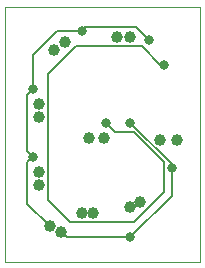
<source format=gbl>
G75*
%MOIN*%
%OFA0B0*%
%FSLAX24Y24*%
%IPPOS*%
%LPD*%
%AMOC8*
5,1,8,0,0,1.08239X$1,22.5*
%
%ADD10C,0.0000*%
%ADD11C,0.0397*%
%ADD12C,0.0317*%
%ADD13C,0.0060*%
D10*
X002392Y002517D02*
X002392Y011017D01*
X008892Y011017D01*
X008892Y002517D01*
X002392Y002517D01*
D11*
X003892Y003704D03*
X004267Y003517D03*
X004954Y004142D03*
X005329Y004142D03*
X006579Y004329D03*
X006892Y004517D03*
X007579Y006579D03*
X008142Y006579D03*
X005704Y006642D03*
X005204Y006642D03*
X003517Y007329D03*
X003517Y007767D03*
X004017Y009579D03*
X004392Y009829D03*
X006142Y010017D03*
X006579Y010017D03*
X003517Y005517D03*
X003517Y005079D03*
D12*
X003329Y006017D03*
X003329Y008267D03*
X004954Y010204D03*
X007204Y009892D03*
X007704Y009079D03*
X006579Y007142D03*
X005767Y007142D03*
X007954Y005642D03*
X006579Y003329D03*
D13*
X007954Y004704D01*
X007954Y005642D01*
X007954Y005767D01*
X006579Y007142D01*
X006704Y006829D02*
X006079Y006829D01*
X005767Y007142D01*
X006704Y006829D02*
X007704Y005829D01*
X007704Y004829D01*
X006704Y003829D01*
X004579Y003829D01*
X003829Y004579D01*
X003829Y008767D01*
X004767Y009704D01*
X006954Y009704D01*
X007579Y009079D01*
X007704Y009079D01*
X007204Y009892D02*
X006767Y010329D01*
X005079Y010329D01*
X004954Y010204D01*
X004142Y010204D01*
X003329Y009392D01*
X003329Y008267D01*
X003142Y008079D01*
X003142Y006204D01*
X003329Y006017D01*
X003142Y005829D01*
X003142Y004454D01*
X003892Y003704D01*
X004267Y003517D02*
X004454Y003329D01*
X006579Y003329D01*
M02*

</source>
